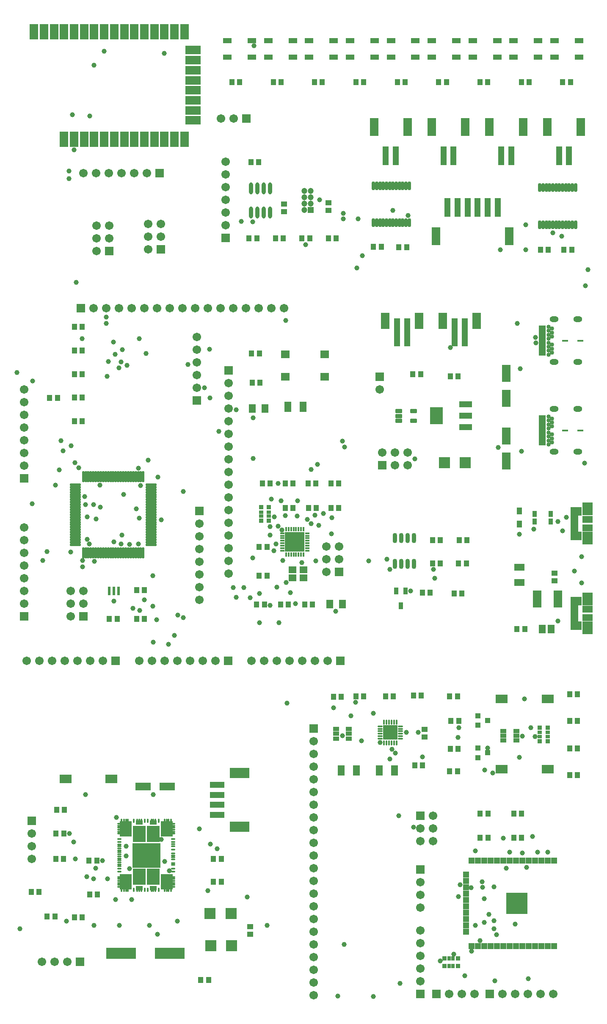
<source format=gts>
G04*
G04 #@! TF.GenerationSoftware,Altium Limited,Altium Designer,20.0.9 (164)*
G04*
G04 Layer_Color=8388736*
%FSLAX25Y25*%
%MOIN*%
G70*
G01*
G75*
%ADD58R,0.03937X0.05512*%
%ADD85R,0.04461X0.04658*%
%ADD86R,0.04658X0.04461*%
%ADD87R,0.06706X0.04343*%
%ADD88R,0.06800X0.12000*%
%ADD89R,0.12000X0.06800*%
%ADD90R,0.08674X0.08674*%
%ADD91R,0.23241X0.08674*%
%ADD92R,0.22453X0.19265*%
%ADD93R,0.09934X0.12729*%
%ADD94R,0.09265X0.12020*%
%ADD95O,0.01587X0.03162*%
%ADD96O,0.03162X0.01587*%
%ADD97R,0.05367X0.03517*%
%ADD98R,0.11430X0.04737*%
%ADD99R,0.15761X0.07887*%
%ADD100R,0.09461X0.07099*%
%ADD101R,0.09383X0.07099*%
%ADD102R,0.12020X0.06312*%
%ADD103O,0.03162X0.09461*%
%ADD104R,0.06706X0.14186*%
%ADD105R,0.04737X0.14580*%
%ADD106O,0.02572X0.07099*%
%ADD107R,0.07099X0.12611*%
%ADD108R,0.04737X0.22453*%
%ADD109O,0.09068X0.01981*%
%ADD110O,0.01981X0.09068*%
%ADD111R,0.06706X0.13398*%
%ADD112R,0.10249X0.04737*%
%ADD113R,0.10249X0.13792*%
%ADD114R,0.07099X0.13398*%
%ADD115R,0.08280X0.05426*%
%ADD116R,0.08280X0.10150*%
%ADD117R,0.09068X0.06607*%
%ADD118R,0.06233X0.02572*%
%ADD119R,0.03792X0.04816*%
%ADD120R,0.07887X0.05721*%
%ADD121R,0.05367X0.06587*%
G04:AMPARAMS|DCode=122|XSize=33.59mil|YSize=55.24mil|CornerRadius=5.92mil|HoleSize=0mil|Usage=FLASHONLY|Rotation=90.000|XOffset=0mil|YOffset=0mil|HoleType=Round|Shape=RoundedRectangle|*
%AMROUNDEDRECTD122*
21,1,0.03359,0.04341,0,0,90.0*
21,1,0.02175,0.05524,0,0,90.0*
1,1,0.01184,0.02170,0.01088*
1,1,0.01184,0.02170,-0.01088*
1,1,0.01184,-0.02170,-0.01088*
1,1,0.01184,-0.02170,0.01088*
%
%ADD122ROUNDEDRECTD122*%
%ADD123R,0.04737X0.04540*%
%ADD124R,0.04540X0.04737*%
%ADD125R,0.16548X0.16548*%
%ADD126R,0.05524X0.01981*%
%ADD127R,0.04737X0.01587*%
%ADD128R,0.03353X0.03550*%
%ADD129R,0.02684X0.03550*%
%ADD130R,0.04698X0.03517*%
%ADD131R,0.03359X0.05328*%
%ADD132R,0.03550X0.03353*%
%ADD133R,0.03550X0.02684*%
%ADD134O,0.03556X0.07887*%
%ADD135R,0.15367X0.15367*%
%ADD136O,0.01587X0.03753*%
%ADD137O,0.03753X0.01587*%
%ADD138R,0.11351X0.11351*%
%ADD139O,0.03950X0.01587*%
%ADD140O,0.01587X0.03950*%
%ADD141R,0.06312X0.05328*%
%ADD142R,0.05721X0.07887*%
%ADD143R,0.05524X0.06706*%
%ADD144R,0.04343X0.03950*%
%ADD145R,0.06902X0.05918*%
%ADD146R,0.01981X0.07099*%
%ADD147C,0.06706*%
%ADD148R,0.06706X0.06706*%
%ADD149R,0.06706X0.06706*%
%ADD150C,0.04737*%
%ADD151R,0.04737X0.04737*%
%ADD152C,0.03359*%
%ADD153O,0.07099X0.04737*%
%ADD154C,0.03950*%
%ADD155C,0.02769*%
D58*
X1121500Y785886D02*
D03*
Y775650D02*
D03*
D85*
X782468Y510500D02*
D03*
X788531D02*
D03*
X929312Y1000500D02*
D03*
X935375D02*
D03*
X960094Y1123500D02*
D03*
X966157D02*
D03*
X927531D02*
D03*
X933594D02*
D03*
X894969D02*
D03*
X901032D02*
D03*
X771000Y466000D02*
D03*
X777063D02*
D03*
X1057781Y1123500D02*
D03*
X1063844D02*
D03*
X1025219D02*
D03*
X1031282D02*
D03*
X992656D02*
D03*
X998719D02*
D03*
X736969Y486000D02*
D03*
X743032D02*
D03*
X749500Y466500D02*
D03*
X755563D02*
D03*
X870469Y416500D02*
D03*
X876532D02*
D03*
X1155469Y1123500D02*
D03*
X1161532D02*
D03*
X1122906D02*
D03*
X1128969D02*
D03*
X1090344D02*
D03*
X1096407D02*
D03*
X789063Y484000D02*
D03*
X783000D02*
D03*
X756469Y532000D02*
D03*
X762532D02*
D03*
X762500Y512000D02*
D03*
X756437D02*
D03*
X886531Y494000D02*
D03*
X880468D02*
D03*
X886531Y512000D02*
D03*
X880468D02*
D03*
X756969Y550500D02*
D03*
X763032D02*
D03*
X956219Y1000500D02*
D03*
X950156D02*
D03*
X916031Y1060500D02*
D03*
X909968D02*
D03*
X914531Y1000500D02*
D03*
X908468D02*
D03*
X977063D02*
D03*
X971000D02*
D03*
X1137969Y991500D02*
D03*
X1144032D02*
D03*
X1006469Y994000D02*
D03*
X1012532D02*
D03*
X979031Y807500D02*
D03*
X972968D02*
D03*
X1162531Y991500D02*
D03*
X1156468D02*
D03*
X1026469Y993500D02*
D03*
X1032532D02*
D03*
X972937Y788362D02*
D03*
X979000D02*
D03*
X1073031Y892000D02*
D03*
X1066968D02*
D03*
X954958Y807500D02*
D03*
X961021D02*
D03*
X770969Y856500D02*
D03*
X777032D02*
D03*
X770969Y931000D02*
D03*
X777032D02*
D03*
X770969Y912375D02*
D03*
X777032D02*
D03*
X770969Y893750D02*
D03*
X777032D02*
D03*
X770969Y875125D02*
D03*
X777032D02*
D03*
X1119469Y693000D02*
D03*
X1125532D02*
D03*
X1043531Y893500D02*
D03*
X1037468D02*
D03*
X1038992Y585500D02*
D03*
X1045055D02*
D03*
X1037992Y640500D02*
D03*
X1044055D02*
D03*
X1073500Y744500D02*
D03*
X1079563D02*
D03*
X1066492Y640000D02*
D03*
X1072555D02*
D03*
X1052969Y744500D02*
D03*
X1059032D02*
D03*
X1073937Y763000D02*
D03*
X1080000D02*
D03*
X1053043Y762890D02*
D03*
X1059106D02*
D03*
X1072555Y581000D02*
D03*
X1066492D02*
D03*
X757531Y875000D02*
D03*
X751468D02*
D03*
X1117000Y528500D02*
D03*
X1123063D02*
D03*
X1090469Y547500D02*
D03*
X1096532D02*
D03*
X922531Y757500D02*
D03*
X916468D02*
D03*
X1116969Y547500D02*
D03*
X1123032D02*
D03*
X1096531Y528500D02*
D03*
X1090468D02*
D03*
X1076031Y721000D02*
D03*
X1069968D02*
D03*
X922531Y735000D02*
D03*
X916468D02*
D03*
X1044969Y721500D02*
D03*
X1051032D02*
D03*
X943010Y807500D02*
D03*
X936947D02*
D03*
X1161024Y578000D02*
D03*
X1167087D02*
D03*
X943031Y788362D02*
D03*
X936968D02*
D03*
X826031Y701000D02*
D03*
X819968D02*
D03*
X1161024Y599000D02*
D03*
X1167087D02*
D03*
X955437Y788362D02*
D03*
X961500D02*
D03*
X925000Y807500D02*
D03*
X918937D02*
D03*
X826031Y723500D02*
D03*
X819968D02*
D03*
X1022055Y640000D02*
D03*
X1015992D02*
D03*
X958269Y712264D02*
D03*
X952206D02*
D03*
X1161024Y620500D02*
D03*
X1167087D02*
D03*
X916531Y910000D02*
D03*
X910468D02*
D03*
X1073055Y598500D02*
D03*
X1066992D02*
D03*
X1161024Y641500D02*
D03*
X1167087D02*
D03*
X981024Y639500D02*
D03*
X974961D02*
D03*
X910969Y887000D02*
D03*
X917032D02*
D03*
X798469Y701000D02*
D03*
X804532D02*
D03*
X933337Y712264D02*
D03*
X939400D02*
D03*
X1073524Y620500D02*
D03*
X1067461D02*
D03*
X998587Y640000D02*
D03*
X992524D02*
D03*
X914469Y712264D02*
D03*
X920532D02*
D03*
D86*
X1046524Y607968D02*
D03*
Y614031D02*
D03*
X909500Y458531D02*
D03*
Y452468D02*
D03*
X936000Y1027531D02*
D03*
Y1021468D02*
D03*
X971000Y1028531D02*
D03*
Y1022468D02*
D03*
X1149000Y737031D02*
D03*
Y730968D02*
D03*
D87*
X955806Y1156154D02*
D03*
Y1143161D02*
D03*
X975097D02*
D03*
Y1156154D02*
D03*
X923607D02*
D03*
Y1143161D02*
D03*
X942898D02*
D03*
Y1156154D02*
D03*
X891408D02*
D03*
Y1143161D02*
D03*
X910699D02*
D03*
Y1156154D02*
D03*
X1052403D02*
D03*
Y1143161D02*
D03*
X1071694D02*
D03*
Y1156154D02*
D03*
X1020204D02*
D03*
Y1143161D02*
D03*
X1039495D02*
D03*
Y1156154D02*
D03*
X988005D02*
D03*
Y1143161D02*
D03*
X1007296D02*
D03*
Y1156154D02*
D03*
X1149000D02*
D03*
Y1143161D02*
D03*
X1168291D02*
D03*
Y1156154D02*
D03*
X1116801D02*
D03*
Y1143161D02*
D03*
X1136092D02*
D03*
Y1156154D02*
D03*
X1084602D02*
D03*
Y1143161D02*
D03*
X1103893D02*
D03*
Y1156154D02*
D03*
D88*
X739100Y1163300D02*
D03*
X747000D02*
D03*
X754900D02*
D03*
X762800D02*
D03*
X770700D02*
D03*
X778600D02*
D03*
X786500D02*
D03*
X794400D02*
D03*
X802300D02*
D03*
X810200D02*
D03*
X818100D02*
D03*
X826000D02*
D03*
X833900D02*
D03*
X841800D02*
D03*
X849700D02*
D03*
X857600D02*
D03*
Y1078700D02*
D03*
X849700D02*
D03*
X841800D02*
D03*
X833900D02*
D03*
X826000D02*
D03*
X818100D02*
D03*
X810200D02*
D03*
X802300D02*
D03*
X794400D02*
D03*
X786500D02*
D03*
X778600D02*
D03*
X770700D02*
D03*
X762800D02*
D03*
D89*
X864500Y1148800D02*
D03*
Y1140900D02*
D03*
Y1133000D02*
D03*
Y1125100D02*
D03*
Y1117200D02*
D03*
Y1109300D02*
D03*
Y1101400D02*
D03*
Y1093500D02*
D03*
D90*
X877732Y469000D02*
D03*
X894268D02*
D03*
X878232Y443500D02*
D03*
X894768D02*
D03*
X1062232Y824000D02*
D03*
X1078768D02*
D03*
D91*
X846000Y437500D02*
D03*
X807811D02*
D03*
D92*
X827567Y514772D02*
D03*
D93*
X822134Y498000D02*
D03*
X833000D02*
D03*
Y531543D02*
D03*
X822134D02*
D03*
D94*
X843650Y494083D02*
D03*
Y535461D02*
D03*
X811484D02*
D03*
Y494083D02*
D03*
D95*
X808158Y541937D02*
D03*
X810008D02*
D03*
X811543D02*
D03*
X813158D02*
D03*
X817685D02*
D03*
X826307D02*
D03*
X828827D02*
D03*
X837449D02*
D03*
X841976D02*
D03*
X843551D02*
D03*
X845126D02*
D03*
X846976D02*
D03*
Y487606D02*
D03*
X845165D02*
D03*
X843591D02*
D03*
X842016D02*
D03*
X837488D02*
D03*
X828827D02*
D03*
X826347D02*
D03*
X817685D02*
D03*
X813158D02*
D03*
X811583D02*
D03*
X810008D02*
D03*
X808158D02*
D03*
X820441D02*
D03*
X822016D02*
D03*
X823591D02*
D03*
X831583D02*
D03*
X833158D02*
D03*
X834732D02*
D03*
X820402Y541937D02*
D03*
X821976D02*
D03*
X823591D02*
D03*
X831583D02*
D03*
X833158D02*
D03*
X834732D02*
D03*
D96*
X848827Y539653D02*
D03*
Y538079D02*
D03*
Y536504D02*
D03*
Y534929D02*
D03*
Y533354D02*
D03*
Y531779D02*
D03*
Y527646D02*
D03*
Y525205D02*
D03*
Y523630D02*
D03*
Y522055D02*
D03*
Y519220D02*
D03*
Y516346D02*
D03*
Y514772D02*
D03*
Y513197D02*
D03*
Y511622D02*
D03*
Y508748D02*
D03*
Y507173D02*
D03*
Y504339D02*
D03*
Y501898D02*
D03*
Y497764D02*
D03*
Y496189D02*
D03*
Y494614D02*
D03*
Y493039D02*
D03*
Y491465D02*
D03*
Y489890D02*
D03*
X806307D02*
D03*
Y491465D02*
D03*
Y493039D02*
D03*
Y494614D02*
D03*
Y496189D02*
D03*
Y497764D02*
D03*
Y501898D02*
D03*
Y504339D02*
D03*
Y506110D02*
D03*
Y507685D02*
D03*
Y509260D02*
D03*
Y510835D02*
D03*
Y512409D02*
D03*
Y513984D02*
D03*
Y515559D02*
D03*
Y517134D02*
D03*
Y518709D02*
D03*
Y520283D02*
D03*
Y521858D02*
D03*
Y523433D02*
D03*
Y525205D02*
D03*
Y527646D02*
D03*
Y531779D02*
D03*
Y533354D02*
D03*
Y534929D02*
D03*
Y536504D02*
D03*
Y538079D02*
D03*
Y539653D02*
D03*
D97*
X822016Y540539D02*
D03*
X833118D02*
D03*
Y489004D02*
D03*
X822016D02*
D03*
D98*
X883496Y562437D02*
D03*
Y570311D02*
D03*
Y554563D02*
D03*
Y546689D02*
D03*
D99*
X901016Y579563D02*
D03*
Y537437D02*
D03*
D100*
X763909Y575000D02*
D03*
X1143614Y638000D02*
D03*
Y582500D02*
D03*
D101*
X800091Y575000D02*
D03*
X1107433Y638000D02*
D03*
Y582500D02*
D03*
D102*
X844146Y569000D02*
D03*
X824854D02*
D03*
D103*
X925000Y1039949D02*
D03*
X920000D02*
D03*
X915000D02*
D03*
X910000D02*
D03*
X925000Y1021051D02*
D03*
X920000D02*
D03*
X915000D02*
D03*
X910000D02*
D03*
D104*
X1113437Y1002181D02*
D03*
X1055563D02*
D03*
X1143311Y1088138D02*
D03*
X1169689D02*
D03*
X1052353D02*
D03*
X1078731D02*
D03*
X1097832D02*
D03*
X1124210D02*
D03*
X1006874D02*
D03*
X1033252D02*
D03*
D105*
X1104185Y1024819D02*
D03*
X1096311Y1024819D02*
D03*
X1088437D02*
D03*
X1064815D02*
D03*
X1072689D02*
D03*
X1080563D02*
D03*
X1152563Y1065500D02*
D03*
X1160437D02*
D03*
X1061605D02*
D03*
X1069479D02*
D03*
X1107084D02*
D03*
X1114958D02*
D03*
X1016126D02*
D03*
X1024000D02*
D03*
D106*
X1137425Y1011433D02*
D03*
X1139984D02*
D03*
X1142543D02*
D03*
X1145102D02*
D03*
X1147661D02*
D03*
X1150220D02*
D03*
X1152780D02*
D03*
X1155339D02*
D03*
X1157898D02*
D03*
X1160457D02*
D03*
X1163016D02*
D03*
X1165575D02*
D03*
X1137425Y1040567D02*
D03*
X1139984D02*
D03*
X1142543D02*
D03*
X1145102D02*
D03*
X1147661D02*
D03*
X1150220D02*
D03*
X1152780D02*
D03*
X1155339D02*
D03*
X1157898D02*
D03*
X1160457D02*
D03*
X1163016D02*
D03*
X1165575D02*
D03*
X1006425Y1012933D02*
D03*
X1008984D02*
D03*
X1011543D02*
D03*
X1014102D02*
D03*
X1016661D02*
D03*
X1019220D02*
D03*
X1021780D02*
D03*
X1024339D02*
D03*
X1026898D02*
D03*
X1029457D02*
D03*
X1032016D02*
D03*
X1034575D02*
D03*
X1006425Y1042067D02*
D03*
X1008984D02*
D03*
X1011543D02*
D03*
X1014102D02*
D03*
X1016661D02*
D03*
X1019220D02*
D03*
X1021780D02*
D03*
X1024339D02*
D03*
X1026898D02*
D03*
X1029457D02*
D03*
X1032016D02*
D03*
X1034575D02*
D03*
D107*
X1061000Y935500D02*
D03*
X1087772D02*
D03*
X1015614D02*
D03*
X1042386D02*
D03*
D108*
X1070449Y926642D02*
D03*
X1078323D02*
D03*
X1025063D02*
D03*
X1032937D02*
D03*
D109*
X771579Y806622D02*
D03*
Y804654D02*
D03*
Y802685D02*
D03*
Y800717D02*
D03*
Y798748D02*
D03*
Y796780D02*
D03*
Y794811D02*
D03*
Y792843D02*
D03*
Y790874D02*
D03*
Y788906D02*
D03*
Y786937D02*
D03*
Y784969D02*
D03*
Y783000D02*
D03*
Y781032D02*
D03*
Y779063D02*
D03*
Y777094D02*
D03*
Y775126D02*
D03*
Y773157D02*
D03*
Y771189D02*
D03*
Y769220D02*
D03*
Y767252D02*
D03*
Y765283D02*
D03*
Y763315D02*
D03*
Y761346D02*
D03*
Y759378D02*
D03*
X831421D02*
D03*
Y761346D02*
D03*
Y763315D02*
D03*
Y765283D02*
D03*
Y767252D02*
D03*
Y769220D02*
D03*
Y771189D02*
D03*
Y773157D02*
D03*
Y775126D02*
D03*
Y777094D02*
D03*
Y779063D02*
D03*
Y781032D02*
D03*
Y783000D02*
D03*
Y784969D02*
D03*
Y786937D02*
D03*
Y788906D02*
D03*
Y790874D02*
D03*
Y792843D02*
D03*
Y794811D02*
D03*
Y796780D02*
D03*
Y798748D02*
D03*
Y800717D02*
D03*
Y802685D02*
D03*
Y804654D02*
D03*
Y806622D02*
D03*
D110*
X777878Y753079D02*
D03*
X779846D02*
D03*
X781815D02*
D03*
X783783D02*
D03*
X785752D02*
D03*
X787720D02*
D03*
X789689D02*
D03*
X791657D02*
D03*
X793626D02*
D03*
X795594D02*
D03*
X797563D02*
D03*
X799532D02*
D03*
X801500D02*
D03*
X803469D02*
D03*
X805437D02*
D03*
X807406D02*
D03*
X809374D02*
D03*
X811343D02*
D03*
X813311D02*
D03*
X815280D02*
D03*
X817248D02*
D03*
X819217D02*
D03*
X821185D02*
D03*
X823154D02*
D03*
X825122D02*
D03*
Y812921D02*
D03*
X823154D02*
D03*
X821185D02*
D03*
X819217D02*
D03*
X817248D02*
D03*
X815280D02*
D03*
X813311D02*
D03*
X811343D02*
D03*
X809374D02*
D03*
X807406D02*
D03*
X805437D02*
D03*
X803469D02*
D03*
X801500D02*
D03*
X799532D02*
D03*
X797563D02*
D03*
X795594D02*
D03*
X793626D02*
D03*
X791657D02*
D03*
X789689D02*
D03*
X787720D02*
D03*
X785752D02*
D03*
X783783D02*
D03*
X781815D02*
D03*
X779846D02*
D03*
X777878D02*
D03*
D111*
X1151768Y716500D02*
D03*
X1135232D02*
D03*
D112*
X1078917Y851945D02*
D03*
Y861000D02*
D03*
Y870055D02*
D03*
D113*
X1056083Y861000D02*
D03*
D114*
X1111000Y844843D02*
D03*
Y825157D02*
D03*
Y874657D02*
D03*
Y894343D02*
D03*
D115*
X1175000Y779283D02*
D03*
Y772688D02*
D03*
Y708594D02*
D03*
Y702000D02*
D03*
D116*
Y787452D02*
D03*
Y764519D02*
D03*
Y716764D02*
D03*
Y693831D02*
D03*
D117*
X1165945Y785680D02*
D03*
Y766291D02*
D03*
Y714992D02*
D03*
Y695602D02*
D03*
D118*
X1164528Y781104D02*
D03*
Y778545D02*
D03*
Y775985D02*
D03*
Y773426D02*
D03*
Y770867D02*
D03*
Y710415D02*
D03*
Y707856D02*
D03*
Y705297D02*
D03*
Y702738D02*
D03*
Y700179D02*
D03*
D119*
X1133468Y783484D02*
D03*
Y777500D02*
D03*
X1146000Y783484D02*
D03*
Y777500D02*
D03*
D120*
X1121500Y741504D02*
D03*
Y729496D02*
D03*
D121*
X1146500Y693000D02*
D03*
X1139492D02*
D03*
D122*
X1038000Y864500D02*
D03*
Y857020D02*
D03*
X1026386D02*
D03*
Y860760D02*
D03*
Y864500D02*
D03*
D123*
X1148567Y510760D02*
D03*
X1143567D02*
D03*
X1138567D02*
D03*
X1133567D02*
D03*
X1128567D02*
D03*
X1123567D02*
D03*
X1118567D02*
D03*
X1113567D02*
D03*
X1108567D02*
D03*
X1103567D02*
D03*
X1098567D02*
D03*
X1093567D02*
D03*
X1088567D02*
D03*
X1083567D02*
D03*
X1079433Y489500D02*
D03*
X1083567Y443240D02*
D03*
X1088567D02*
D03*
X1093567D02*
D03*
X1098567D02*
D03*
X1103567D02*
D03*
X1108567D02*
D03*
X1113567D02*
D03*
X1118567D02*
D03*
X1123567D02*
D03*
X1128567D02*
D03*
X1133567D02*
D03*
X1138567D02*
D03*
X1143567D02*
D03*
X1148567D02*
D03*
D124*
X1079433Y499500D02*
D03*
Y494500D02*
D03*
Y484500D02*
D03*
Y479500D02*
D03*
Y474500D02*
D03*
Y469500D02*
D03*
Y464500D02*
D03*
Y459500D02*
D03*
Y454500D02*
D03*
D125*
X1119492Y477000D02*
D03*
D126*
X1139264Y860138D02*
D03*
Y858170D02*
D03*
Y856201D02*
D03*
Y854233D02*
D03*
Y852264D02*
D03*
Y850296D02*
D03*
Y848327D02*
D03*
Y846359D02*
D03*
Y844390D02*
D03*
Y842422D02*
D03*
Y840453D02*
D03*
Y838485D02*
D03*
Y930827D02*
D03*
Y928858D02*
D03*
Y926890D02*
D03*
Y924921D02*
D03*
Y922953D02*
D03*
Y920984D02*
D03*
Y919016D02*
D03*
Y917047D02*
D03*
Y915079D02*
D03*
Y913110D02*
D03*
Y911142D02*
D03*
Y909173D02*
D03*
D127*
X1169500Y849312D02*
D03*
X1157295D02*
D03*
X1169500Y920000D02*
D03*
X1157295D02*
D03*
D128*
X1072890Y433563D02*
D03*
Y427500D02*
D03*
X1062260Y433563D02*
D03*
Y427500D02*
D03*
D129*
X1069150Y433563D02*
D03*
Y427500D02*
D03*
X1066000Y433563D02*
D03*
Y427500D02*
D03*
D130*
X987122Y614240D02*
D03*
Y610500D02*
D03*
Y606760D02*
D03*
X976925D02*
D03*
Y610500D02*
D03*
Y614240D02*
D03*
X1119024Y612740D02*
D03*
Y609000D02*
D03*
Y605260D02*
D03*
X1108827D02*
D03*
Y609000D02*
D03*
Y612740D02*
D03*
D131*
X1031740Y722807D02*
D03*
X1024260D02*
D03*
X1028000Y711193D02*
D03*
D132*
X918063Y788815D02*
D03*
X924126D02*
D03*
X918063Y778185D02*
D03*
X924126D02*
D03*
X1137461Y615240D02*
D03*
X1143524D02*
D03*
X1137461Y604610D02*
D03*
X1143524D02*
D03*
D133*
X918063Y785075D02*
D03*
X924126D02*
D03*
X918063Y781925D02*
D03*
X924126D02*
D03*
X1137461Y611500D02*
D03*
X1143524D02*
D03*
X1137461Y608350D02*
D03*
X1143524D02*
D03*
D134*
X1038500Y764736D02*
D03*
X1033500D02*
D03*
X1028500D02*
D03*
X1023500D02*
D03*
X1038500Y744264D02*
D03*
X1033500D02*
D03*
X1028500D02*
D03*
X1023500D02*
D03*
D135*
X944500Y761500D02*
D03*
D136*
X937610Y771441D02*
D03*
X939579D02*
D03*
X941547D02*
D03*
X943516D02*
D03*
X945484D02*
D03*
X947453D02*
D03*
X949421D02*
D03*
X951390D02*
D03*
Y751559D02*
D03*
X949421D02*
D03*
X947453D02*
D03*
X945484D02*
D03*
X943516D02*
D03*
X941547D02*
D03*
X939579D02*
D03*
X937610D02*
D03*
D137*
X954441Y768390D02*
D03*
Y766421D02*
D03*
Y764453D02*
D03*
Y762484D02*
D03*
Y760516D02*
D03*
Y758547D02*
D03*
Y756579D02*
D03*
Y754610D02*
D03*
X934559D02*
D03*
Y756579D02*
D03*
Y758547D02*
D03*
Y760516D02*
D03*
Y762484D02*
D03*
Y764453D02*
D03*
Y766421D02*
D03*
Y768390D02*
D03*
D138*
X1019595Y611484D02*
D03*
D139*
X1011524Y606563D02*
D03*
Y608532D02*
D03*
Y610500D02*
D03*
Y612469D02*
D03*
Y614437D02*
D03*
Y616406D02*
D03*
X1027665D02*
D03*
Y614437D02*
D03*
Y612469D02*
D03*
Y610500D02*
D03*
Y608532D02*
D03*
Y606563D02*
D03*
D140*
X1014673Y619555D02*
D03*
X1016642D02*
D03*
X1018610D02*
D03*
X1020579D02*
D03*
X1022547D02*
D03*
X1024516D02*
D03*
Y603413D02*
D03*
X1022547D02*
D03*
X1020579D02*
D03*
X1018610D02*
D03*
X1016642D02*
D03*
X1014673D02*
D03*
D141*
X951331Y733350D02*
D03*
X942669Y739650D02*
D03*
Y733350D02*
D03*
X951331Y739650D02*
D03*
D142*
X981020Y581500D02*
D03*
X993028D02*
D03*
X1011020D02*
D03*
X1023028D02*
D03*
X951000Y868000D02*
D03*
X938992D02*
D03*
D143*
X972000Y712500D02*
D03*
X982039D02*
D03*
X910980Y866500D02*
D03*
X921020D02*
D03*
D144*
X1088587Y624740D02*
D03*
Y617260D02*
D03*
X1096461Y621000D02*
D03*
X1088587Y599240D02*
D03*
Y591760D02*
D03*
X1096461Y595500D02*
D03*
D145*
X936850Y909358D02*
D03*
Y891642D02*
D03*
X968150Y909358D02*
D03*
Y891642D02*
D03*
D146*
X805740Y723000D02*
D03*
X802000D02*
D03*
X798260D02*
D03*
D147*
X829000Y1012000D02*
D03*
X839000D02*
D03*
X829000Y1002000D02*
D03*
X839000D02*
D03*
X829000Y992000D02*
D03*
X788500Y1010500D02*
D03*
X798500D02*
D03*
X788500Y1000500D02*
D03*
X798500D02*
D03*
X788500Y990500D02*
D03*
X959500Y604500D02*
D03*
Y594500D02*
D03*
Y584500D02*
D03*
Y574500D02*
D03*
Y564500D02*
D03*
Y554500D02*
D03*
Y544500D02*
D03*
Y534500D02*
D03*
Y524500D02*
D03*
Y514500D02*
D03*
Y504500D02*
D03*
Y494500D02*
D03*
Y484500D02*
D03*
Y474500D02*
D03*
Y464500D02*
D03*
Y454500D02*
D03*
Y444500D02*
D03*
Y434500D02*
D03*
Y424500D02*
D03*
Y414500D02*
D03*
Y404500D02*
D03*
X890000Y1021000D02*
D03*
Y1011000D02*
D03*
Y1031000D02*
D03*
Y1041000D02*
D03*
Y1051000D02*
D03*
Y1061000D02*
D03*
X1013500Y832000D02*
D03*
X1023500Y822000D02*
D03*
Y832000D02*
D03*
X1033500Y822000D02*
D03*
Y832000D02*
D03*
X896500Y1095000D02*
D03*
X886500D02*
D03*
X778000Y1052000D02*
D03*
X788000D02*
D03*
X798000D02*
D03*
X808000D02*
D03*
X828000D02*
D03*
X818000D02*
D03*
X1043500Y473500D02*
D03*
Y483500D02*
D03*
Y493500D02*
D03*
X745500Y431000D02*
D03*
X755500D02*
D03*
X765500D02*
D03*
X737500Y512000D02*
D03*
Y522000D02*
D03*
Y532000D02*
D03*
X936000Y945500D02*
D03*
X926000D02*
D03*
X916000D02*
D03*
X906000D02*
D03*
X896000D02*
D03*
X886000D02*
D03*
X876000D02*
D03*
X866000D02*
D03*
X856000D02*
D03*
X846000D02*
D03*
X836000D02*
D03*
X826000D02*
D03*
X816000D02*
D03*
X806000D02*
D03*
X796000D02*
D03*
X786000D02*
D03*
X731500Y821500D02*
D03*
Y831500D02*
D03*
Y841500D02*
D03*
Y851500D02*
D03*
Y861500D02*
D03*
Y871500D02*
D03*
Y881500D02*
D03*
X1011500D02*
D03*
X731500Y713000D02*
D03*
Y723000D02*
D03*
Y733000D02*
D03*
Y743000D02*
D03*
Y753000D02*
D03*
Y763000D02*
D03*
Y773000D02*
D03*
X892500Y736500D02*
D03*
Y746500D02*
D03*
Y756500D02*
D03*
Y766500D02*
D03*
Y776500D02*
D03*
Y786500D02*
D03*
Y796500D02*
D03*
Y806500D02*
D03*
Y816500D02*
D03*
Y826500D02*
D03*
Y836500D02*
D03*
Y846500D02*
D03*
Y856500D02*
D03*
Y866500D02*
D03*
Y876500D02*
D03*
Y886500D02*
D03*
X793500Y668000D02*
D03*
X783500D02*
D03*
X773500D02*
D03*
X763500D02*
D03*
X753500D02*
D03*
X743500D02*
D03*
X733500D02*
D03*
X882000D02*
D03*
X872000D02*
D03*
X862000D02*
D03*
X852000D02*
D03*
X842000D02*
D03*
X832000D02*
D03*
X822000D02*
D03*
X1043500Y415500D02*
D03*
Y425500D02*
D03*
Y435500D02*
D03*
Y445500D02*
D03*
Y455500D02*
D03*
X1086000Y405500D02*
D03*
X1076000D02*
D03*
X1066000D02*
D03*
X869500Y776000D02*
D03*
Y766000D02*
D03*
Y756000D02*
D03*
Y746000D02*
D03*
Y736000D02*
D03*
Y726000D02*
D03*
Y716000D02*
D03*
X970500Y668000D02*
D03*
X960500D02*
D03*
X950500D02*
D03*
X940500D02*
D03*
X930500D02*
D03*
X920500D02*
D03*
X910500D02*
D03*
X1108000Y405500D02*
D03*
X1118000D02*
D03*
X1128000D02*
D03*
X1138000D02*
D03*
X1148000D02*
D03*
X867500Y883000D02*
D03*
Y893000D02*
D03*
Y903000D02*
D03*
Y913000D02*
D03*
Y923000D02*
D03*
X969500Y738000D02*
D03*
X979500Y748000D02*
D03*
X969500D02*
D03*
X979500Y758000D02*
D03*
X969500D02*
D03*
X768000Y703000D02*
D03*
X778000Y713000D02*
D03*
X768000D02*
D03*
X778000Y723000D02*
D03*
X768000D02*
D03*
X1053500Y546000D02*
D03*
X1043500Y536000D02*
D03*
X1053500D02*
D03*
X1043500Y526000D02*
D03*
X1053500D02*
D03*
D148*
X839000Y992000D02*
D03*
X798500Y990500D02*
D03*
X959500Y614500D02*
D03*
X890000Y1001000D02*
D03*
X1043500Y503500D02*
D03*
X737500Y542000D02*
D03*
X731500Y811500D02*
D03*
X1011500Y891500D02*
D03*
X731500Y703000D02*
D03*
X892500Y896500D02*
D03*
X1043500Y405500D02*
D03*
X869500Y786000D02*
D03*
X867500Y873000D02*
D03*
X979500Y738000D02*
D03*
X778000Y703000D02*
D03*
X1043500Y546000D02*
D03*
D149*
X1013500Y822000D02*
D03*
X906500Y1095000D02*
D03*
X838000Y1052000D02*
D03*
X775500Y431000D02*
D03*
X776000Y945500D02*
D03*
X803500Y668000D02*
D03*
X892000D02*
D03*
X1056000Y405500D02*
D03*
X980500Y668000D02*
D03*
X1098000Y405500D02*
D03*
D150*
X952000Y1038000D02*
D03*
X957000D02*
D03*
X952000Y1033000D02*
D03*
X957000D02*
D03*
X952000Y1028000D02*
D03*
X957000D02*
D03*
X952000Y1023000D02*
D03*
D151*
X957000D02*
D03*
D152*
X1144185Y847737D02*
D03*
Y850886D02*
D03*
Y844587D02*
D03*
Y854036D02*
D03*
Y841438D02*
D03*
Y857186D02*
D03*
Y838288D02*
D03*
Y860335D02*
D03*
X1146941Y846162D02*
D03*
Y852461D02*
D03*
Y843012D02*
D03*
Y855611D02*
D03*
Y839863D02*
D03*
Y858760D02*
D03*
X1144185Y918425D02*
D03*
Y921575D02*
D03*
Y915276D02*
D03*
Y924724D02*
D03*
Y912126D02*
D03*
Y927874D02*
D03*
Y908976D02*
D03*
Y931024D02*
D03*
X1146941Y916850D02*
D03*
Y923150D02*
D03*
Y913701D02*
D03*
Y926299D02*
D03*
Y910551D02*
D03*
Y929449D02*
D03*
D153*
X1148713Y866123D02*
D03*
Y832501D02*
D03*
X1167335Y866123D02*
D03*
Y832501D02*
D03*
X1148713Y936811D02*
D03*
Y903189D02*
D03*
X1167335Y936811D02*
D03*
Y903189D02*
D03*
D154*
X802000Y715000D02*
D03*
X1023773Y595232D02*
D03*
X1020839Y598166D02*
D03*
X954223Y779150D02*
D03*
X957343Y776075D02*
D03*
X963500Y774500D02*
D03*
X946500Y782000D02*
D03*
X967000Y784000D02*
D03*
X960500Y782500D02*
D03*
X934500Y771000D02*
D03*
X973312Y767888D02*
D03*
X1006500Y626500D02*
D03*
X1100500Y579500D02*
D03*
X1093900Y582000D02*
D03*
X769500Y1098000D02*
D03*
X783000Y1097000D02*
D03*
X902500Y1014000D02*
D03*
X911500Y1013500D02*
D03*
X935000Y747000D02*
D03*
X944925Y713070D02*
D03*
X941000Y721500D02*
D03*
X937700Y729500D02*
D03*
X932000Y698000D02*
D03*
X925000Y711600D02*
D03*
X916806Y697806D02*
D03*
X974961Y631000D02*
D03*
X938500Y634500D02*
D03*
X997000Y605000D02*
D03*
X982000Y608925D02*
D03*
X1019500Y590500D02*
D03*
X1045055Y592200D02*
D03*
X1011700Y603500D02*
D03*
X777025Y921688D02*
D03*
X772500Y966000D02*
D03*
X766700Y1047500D02*
D03*
Y1053700D02*
D03*
X767929Y753500D02*
D03*
X803400Y480000D02*
D03*
X816100D02*
D03*
X788100Y779700D02*
D03*
X780900Y781225D02*
D03*
X930500Y725900D02*
D03*
X982700Y1020300D02*
D03*
X994500Y1016000D02*
D03*
X982700D02*
D03*
X946800Y794100D02*
D03*
X832600Y711063D02*
D03*
X1016891Y747909D02*
D03*
X1026200Y546000D02*
D03*
X1143567Y517400D02*
D03*
X770700Y1070400D02*
D03*
X1122900Y832900D02*
D03*
X1132700Y771700D02*
D03*
X1151600Y777700D02*
D03*
X982100Y840800D02*
D03*
X983700Y836300D02*
D03*
X931500Y807500D02*
D03*
X957400Y818700D02*
D03*
X949900Y745400D02*
D03*
X924979Y767100D02*
D03*
X911500Y749100D02*
D03*
X931379Y773775D02*
D03*
X936968Y782268D02*
D03*
X1067000Y914600D02*
D03*
X806400Y459700D02*
D03*
X786200D02*
D03*
X922600D02*
D03*
X830011D02*
D03*
X933635Y794000D02*
D03*
X1039000Y827000D02*
D03*
X1155200Y770300D02*
D03*
X929700Y759800D02*
D03*
X925000Y773700D02*
D03*
X1073055Y607500D02*
D03*
X976800Y706900D02*
D03*
X926118Y795282D02*
D03*
X928304Y781200D02*
D03*
X928000Y754610D02*
D03*
X1170300Y750000D02*
D03*
X1133900Y922700D02*
D03*
X1164800Y738500D02*
D03*
X988600Y624647D02*
D03*
X1083600Y439400D02*
D03*
X1102100Y416100D02*
D03*
X1123700Y608540D02*
D03*
X1096461Y599139D02*
D03*
X1074800Y491700D02*
D03*
X1086700Y459700D02*
D03*
X1121400Y592000D02*
D03*
X1130236Y615240D02*
D03*
X1038000Y537100D02*
D03*
X1073600Y615200D02*
D03*
X821185Y819500D02*
D03*
X829100Y826100D02*
D03*
X877500Y913400D02*
D03*
X937200Y936100D02*
D03*
X1173200Y963300D02*
D03*
X835675Y700170D02*
D03*
X809700Y798775D02*
D03*
X779089Y797300D02*
D03*
X725700Y894900D02*
D03*
X1033616Y1018700D02*
D03*
X1119600Y933700D02*
D03*
X767025Y532000D02*
D03*
X898500Y865700D02*
D03*
X856800Y801300D02*
D03*
X844900Y681100D02*
D03*
X845602Y502500D02*
D03*
X883400Y520100D02*
D03*
X836376Y452500D02*
D03*
X869500Y535500D02*
D03*
X839500Y527200D02*
D03*
X878100Y523700D02*
D03*
X814200Y504400D02*
D03*
X911600Y859253D02*
D03*
X1086600Y518400D02*
D03*
X786100Y790900D02*
D03*
X911600Y827400D02*
D03*
X728100Y456800D02*
D03*
X746100Y747100D02*
D03*
X876000Y486822D02*
D03*
X907000Y482100D02*
D03*
X771700Y512000D02*
D03*
X785900Y496400D02*
D03*
X842100Y510000D02*
D03*
X770400Y525200D02*
D03*
X832900Y682700D02*
D03*
X814300Y759700D02*
D03*
X973800Y780600D02*
D03*
X997800Y986900D02*
D03*
X822300Y707700D02*
D03*
X771500Y824000D02*
D03*
X760300Y841300D02*
D03*
X756000Y806400D02*
D03*
X873200Y882900D02*
D03*
X777500Y741800D02*
D03*
X801869Y761573D02*
D03*
X832627Y735000D02*
D03*
X817000Y709200D02*
D03*
X807800Y759800D02*
D03*
X896100Y725500D02*
D03*
X849600Y688100D02*
D03*
X909400Y717700D02*
D03*
X821185Y759800D02*
D03*
X852300Y703900D02*
D03*
X856800Y701800D02*
D03*
X827305Y909905D02*
D03*
X812275Y900725D02*
D03*
X806100Y898700D02*
D03*
X802975Y909200D02*
D03*
X808800Y912925D02*
D03*
X797700Y903500D02*
D03*
X860200Y901200D02*
D03*
X796700Y891875D02*
D03*
X822000Y921500D02*
D03*
X801800Y919100D02*
D03*
X795900Y933700D02*
D03*
X790900Y806200D02*
D03*
X1131650Y529650D02*
D03*
X1123567Y516500D02*
D03*
X1091967Y493900D02*
D03*
X1090500Y447600D02*
D03*
X804000Y544500D02*
D03*
X811600Y514400D02*
D03*
X793000Y510600D02*
D03*
X839500Y778900D02*
D03*
X877600Y874800D02*
D03*
X774500Y819900D02*
D03*
X1154800Y1002400D02*
D03*
X1021780Y1022500D02*
D03*
X904400Y725500D02*
D03*
X1058900Y431500D02*
D03*
X978300Y403800D02*
D03*
X1121500Y767700D02*
D03*
X1158300Y781104D02*
D03*
X791300Y789100D02*
D03*
X819800Y787500D02*
D03*
X898200Y717800D02*
D03*
X808200Y766800D02*
D03*
X1121900Y898000D02*
D03*
X1113600Y517200D02*
D03*
X1151768Y699400D02*
D03*
X1170300Y729300D02*
D03*
X1111100Y504500D02*
D03*
X786500Y1137000D02*
D03*
X794400Y1148100D02*
D03*
X841800Y1146200D02*
D03*
X738100Y888300D02*
D03*
X737700Y791500D02*
D03*
X782800Y759800D02*
D03*
X912300Y1152400D02*
D03*
X1032500Y611600D02*
D03*
X1041800D02*
D03*
X1125300Y638000D02*
D03*
X1133700Y608400D02*
D03*
X1054600Y732900D02*
D03*
X992400Y635400D02*
D03*
X1053600Y739800D02*
D03*
X1019400D02*
D03*
X1035600Y722900D02*
D03*
X1078200Y419800D02*
D03*
X1069600Y437100D02*
D03*
X1006400Y403700D02*
D03*
X749200Y754100D02*
D03*
X777200Y747100D02*
D03*
X1093700Y461900D02*
D03*
X1073400Y482300D02*
D03*
X1083300Y489400D02*
D03*
X1101250Y457083D02*
D03*
X1103400Y452300D02*
D03*
X1126900Y505400D02*
D03*
X1128200Y417700D02*
D03*
X964000Y1030800D02*
D03*
X780700Y497800D02*
D03*
X797100Y496372D02*
D03*
X787700Y504700D02*
D03*
X1027200Y414000D02*
D03*
X953100Y995600D02*
D03*
X993400Y977300D02*
D03*
X1002800Y746500D02*
D03*
X1097400Y468300D02*
D03*
X780900Y763600D02*
D03*
X779800Y790800D02*
D03*
X825900Y715900D02*
D03*
X1101300Y490100D02*
D03*
X1092300Y489500D02*
D03*
X1118000Y460500D02*
D03*
X1108700Y528300D02*
D03*
X1135800Y517400D02*
D03*
X983300Y444500D02*
D03*
X1134400Y918300D02*
D03*
X786800Y746400D02*
D03*
X962500Y822500D02*
D03*
X1104600Y836100D02*
D03*
X1101300Y463300D02*
D03*
X822163Y780337D02*
D03*
X768400Y837200D02*
D03*
X1175500Y976000D02*
D03*
X1106200Y991500D02*
D03*
X1126300D02*
D03*
X1093800Y480663D02*
D03*
X811558Y521858D02*
D03*
X779800Y562600D02*
D03*
X833000D02*
D03*
X851900Y462800D02*
D03*
X764600D02*
D03*
X1172625Y823625D02*
D03*
X960900Y746600D02*
D03*
X1126300Y1011400D02*
D03*
X916757Y720775D02*
D03*
X1147661Y1005100D02*
D03*
X762100Y833300D02*
D03*
X884700Y848700D02*
D03*
X836724Y812699D02*
D03*
X807825Y903125D02*
D03*
X795900Y938500D02*
D03*
X823154Y806100D02*
D03*
X759000Y818400D02*
D03*
D155*
X948831Y757169D02*
D03*
X944500D02*
D03*
X940169D02*
D03*
X948831Y761500D02*
D03*
X944500D02*
D03*
X940169D02*
D03*
X948831Y765831D02*
D03*
X944500D02*
D03*
X940169D02*
D03*
X1021760Y613650D02*
D03*
Y609319D02*
D03*
X1017429Y613650D02*
D03*
Y609319D02*
D03*
M02*

</source>
